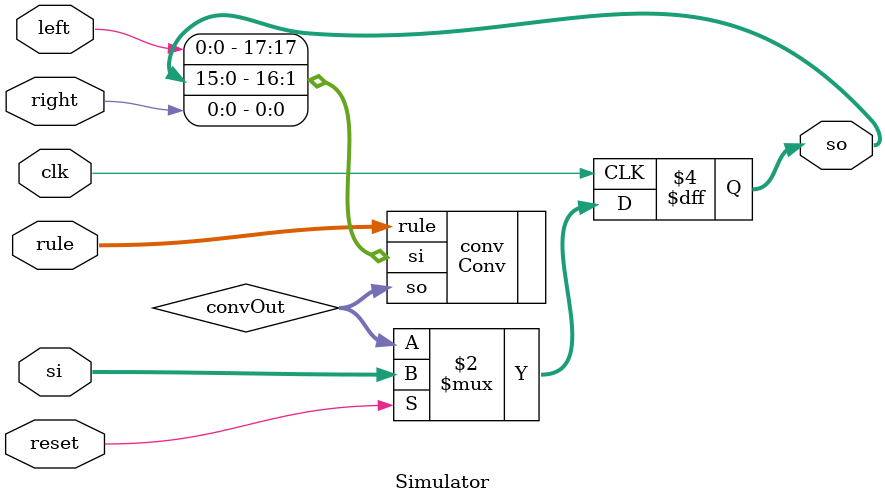
<source format=sv>
module Simulator#(parameter WIDTH=16)(
    input clk, reset,
    input [WIDTH-1:0] si,
    input [7:0] rule,
    input left = 0, right = 0,
    output reg [WIDTH-1:0] so = 0
    );
    
    logic [WIDTH-1:0] convOut;
    
    Conv conv(.si({left, so, right}), .rule(rule), .so(convOut));
    
    always_ff @(posedge clk) begin
        so <= reset ? si : convOut;
    end
endmodule
</source>
